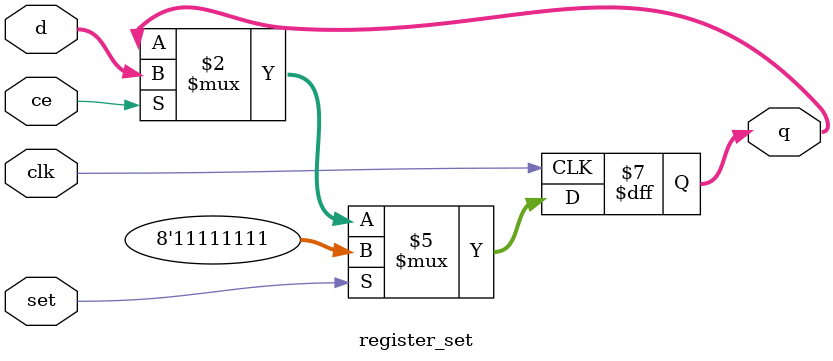
<source format=v>
module register_set #(
    parameter W = 8 
)
(
    input               clk   ,
    input               set   ,
    input               ce    ,
    input      [W-1:0]  d     ,
    output reg [W-1:0]  q
);

always @(posedge clk)
    if (set)
        q <= {W{1'b1}};
    else if (ce)    
        q <= d;

endmodule
</source>
